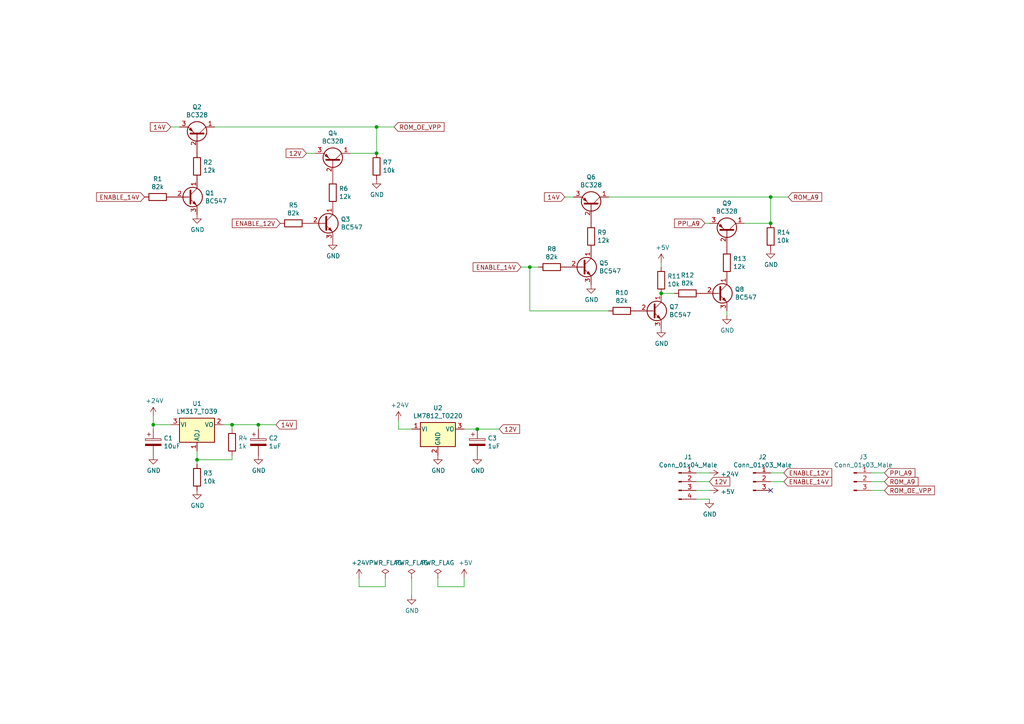
<source format=kicad_sch>
(kicad_sch (version 20211123) (generator eeschema)
  (paper "A4")
  (lib_symbols
    (symbol "Connector:Conn_01x03_Male" (pin_names (offset 1.016) hide)
      (property "Reference" "J" (at 0 5.08 0))
      (property "Value" "Conn_01x03_Male" (at 0 -5.08 0))
      (symbol "Conn_01x03_Male_1_1"
        (polyline (pts (xy 1.27 -2.54) (xy 0.8636 -2.54)) (stroke (width 0.1524)))
        (polyline (pts (xy 1.27 0) (xy 0.8636 0)) (stroke (width 0.1524)))
        (polyline (pts (xy 1.27 2.54) (xy 0.8636 2.54)) (stroke (width 0.1524)))
        (rectangle (start 0.8636 -2.413) (end 0 -2.667) (stroke (width 0.1524)) (fill (type outline)))
        (rectangle (start 0.8636 0.127) (end 0 -0.127) (stroke (width 0.1524)) (fill (type outline)))
        (rectangle (start 0.8636 2.667) (end 0 2.413) (stroke (width 0.1524)) (fill (type outline)))
        (pin passive line (at 5.08 2.54 180) (length 3.81) (name "Pin_1") (number "1"))
        (pin passive line (at 5.08 0 180) (length 3.81) (name "Pin_2") (number "2"))
        (pin passive line (at 5.08 -2.54 180) (length 3.81) (name "Pin_3") (number "3"))
      )
    )
    (symbol "Connector:Conn_01x04_Male" (pin_names (offset 1.016) hide)
      (property "Reference" "J" (at 0 5.08 0))
      (property "Value" "Conn_01x04_Male" (at 0 -7.62 0))
      (symbol "Conn_01x04_Male_1_1"
        (polyline (pts (xy 1.27 -5.08) (xy 0.8636 -5.08)) (stroke (width 0.1524)))
        (polyline (pts (xy 1.27 -2.54) (xy 0.8636 -2.54)) (stroke (width 0.1524)))
        (polyline (pts (xy 1.27 0) (xy 0.8636 0)) (stroke (width 0.1524)))
        (polyline (pts (xy 1.27 2.54) (xy 0.8636 2.54)) (stroke (width 0.1524)))
        (rectangle (start 0.8636 -4.953) (end 0 -5.207) (stroke (width 0.1524)) (fill (type outline)))
        (rectangle (start 0.8636 -2.413) (end 0 -2.667) (stroke (width 0.1524)) (fill (type outline)))
        (rectangle (start 0.8636 0.127) (end 0 -0.127) (stroke (width 0.1524)) (fill (type outline)))
        (rectangle (start 0.8636 2.667) (end 0 2.413) (stroke (width 0.1524)) (fill (type outline)))
        (pin passive line (at 5.08 2.54 180) (length 3.81) (name "Pin_1") (number "1"))
        (pin passive line (at 5.08 0 180) (length 3.81) (name "Pin_2") (number "2"))
        (pin passive line (at 5.08 -2.54 180) (length 3.81) (name "Pin_3") (number "3"))
        (pin passive line (at 5.08 -5.08 180) (length 3.81) (name "Pin_4") (number "4"))
      )
    )
    (symbol "Device:CP" (pin_numbers hide) (pin_names (offset 0.254))
      (property "Reference" "C" (at 0.635 2.54 0))
      (property "Value" "Device_CP" (at 0.635 -2.54 0))
      (symbol "CP_0_1"
        (rectangle (start -2.286 0.508) (end 2.286 1.016))
        (polyline (pts (xy -1.778 2.286) (xy -0.762 2.286)))
        (polyline (pts (xy -1.27 2.794) (xy -1.27 1.778)))
        (rectangle (start 2.286 -0.508) (end -2.286 -1.016) (fill (type outline)))
      )
      (symbol "CP_1_1"
        (pin passive line (at 0 3.81 270) (length 2.794) (name "~") (number "1"))
        (pin passive line (at 0 -3.81 90) (length 2.794) (name "~") (number "2"))
      )
    )
    (symbol "Device:R" (pin_numbers hide) (pin_names (offset 0))
      (property "Reference" "R" (at 2.032 0 90))
      (property "Value" "R" (at 0 0 90))
      (symbol "R_0_1"
        (rectangle (start -1.016 -2.54) (end 1.016 2.54) (stroke (width 0.254)))
      )
      (symbol "R_1_1"
        (pin passive line (at 0 3.81 270) (length 1.27) (name "~") (number "1"))
        (pin passive line (at 0 -3.81 90) (length 1.27) (name "~") (number "2"))
      )
    )
    (symbol "Regulator_Linear:LM317_3PinPackage" (pin_names (offset 0.254))
      (property "Reference" "U" (at -3.81 3.175 0))
      (property "Value" "Regulator_Linear_LM317_3PinPackage" (at 0 3.175 0))
      (symbol "LM317_3PinPackage_0_1"
        (rectangle (start -5.08 1.905) (end 5.08 -5.08) (stroke (width 0.254)) (fill (type background)))
      )
      (symbol "LM317_3PinPackage_1_1"
        (pin input line (at 0 -7.62 90) (length 2.54) (name "ADJ") (number "1"))
        (pin power_out line (at 7.62 0 180) (length 2.54) (name "VO") (number "2"))
        (pin power_in line (at -7.62 0 0) (length 2.54) (name "VI") (number "3"))
      )
    )
    (symbol "Regulator_Linear:LM7812_TO220" (pin_names (offset 0.254))
      (property "Reference" "U" (at -3.81 3.175 0))
      (property "Value" "LM7812_TO220" (at 0 3.175 0))
      (symbol "LM7812_TO220_0_1"
        (rectangle (start -5.08 1.905) (end 5.08 -5.08) (stroke (width 0.254)) (fill (type background)))
      )
      (symbol "LM7812_TO220_1_1"
        (pin power_in line (at -7.62 0 0) (length 2.54) (name "VI") (number "1"))
        (pin power_in line (at 0 -7.62 90) (length 2.54) (name "GND") (number "2"))
        (pin power_out line (at 7.62 0 180) (length 2.54) (name "VO") (number "3"))
      )
    )
    (symbol "Transistor_BJT:BC328" (pin_names (offset 0) hide)
      (property "Reference" "Q" (at 5.08 1.905 0))
      (property "Value" "BC328" (at 5.08 0 0))
      (symbol "BC328_0_1"
        (polyline (pts (xy 0.635 0.635) (xy 2.54 2.54)))
        (polyline (pts (xy 0.635 -0.635) (xy 2.54 -2.54) (xy 2.54 -2.54)))
        (polyline (pts (xy 0.635 1.905) (xy 0.635 -1.905) (xy 0.635 -1.905)) (stroke (width 0.508)))
        (polyline (pts (xy 2.286 -1.778) (xy 1.778 -2.286) (xy 1.27 -1.27) (xy 2.286 -1.778) (xy 2.286 -1.778)) (fill (type outline)))
        (circle (center 1.27 0) (radius 2.8194) (stroke (width 0.254)))
      )
      (symbol "BC328_1_1"
        (pin passive line (at 2.54 5.08 270) (length 2.54) (name "C") (number "1"))
        (pin input line (at -5.08 0 0) (length 5.715) (name "B") (number "2"))
        (pin passive line (at 2.54 -5.08 90) (length 2.54) (name "E") (number "3"))
      )
    )
    (symbol "Transistor_BJT:BC547" (pin_names (offset 0) hide)
      (property "Reference" "Q" (at 5.08 1.905 0))
      (property "Value" "BC547" (at 5.08 0 0))
      (symbol "BC547_0_1"
        (polyline (pts (xy 0 0) (xy 0.635 0)))
        (polyline (pts (xy 0.635 0.635) (xy 2.54 2.54)))
        (polyline (pts (xy 0.635 -0.635) (xy 2.54 -2.54) (xy 2.54 -2.54)))
        (polyline (pts (xy 0.635 1.905) (xy 0.635 -1.905) (xy 0.635 -1.905)) (stroke (width 0.508)))
        (polyline (pts (xy 1.27 -1.778) (xy 1.778 -1.27) (xy 2.286 -2.286) (xy 1.27 -1.778) (xy 1.27 -1.778)) (fill (type outline)))
        (circle (center 1.27 0) (radius 2.8194) (stroke (width 0.254)))
      )
      (symbol "BC547_1_1"
        (pin passive line (at 2.54 5.08 270) (length 2.54) (name "C") (number "1"))
        (pin input line (at -5.08 0 0) (length 5.08) (name "B") (number "2"))
        (pin passive line (at 2.54 -5.08 90) (length 2.54) (name "E") (number "3"))
      )
    )
    (symbol "power:+24V" (power) (pin_names (offset 0))
      (property "Value" "+24V" (at 0 3.556 0))
      (symbol "+24V_0_1"
        (polyline (pts (xy -0.762 1.27) (xy 0 2.54)))
        (polyline (pts (xy 0 0) (xy 0 2.54)))
        (polyline (pts (xy 0 2.54) (xy 0.762 1.27)))
      )
      (symbol "+24V_1_1"
        (pin power_in line (at 0 0 90) (length 0) hide (name "+24V") (number "1"))
      )
    )
    (symbol "power:+5V" (power) (pin_names (offset 0))
      (property "Value" "+5V" (at 0 3.556 0))
      (symbol "+5V_0_1"
        (polyline (pts (xy -0.762 1.27) (xy 0 2.54)))
        (polyline (pts (xy 0 0) (xy 0 2.54)))
        (polyline (pts (xy 0 2.54) (xy 0.762 1.27)))
      )
      (symbol "+5V_1_1"
        (pin power_in line (at 0 0 90) (length 0) hide (name "+5V") (number "1"))
      )
    )
    (symbol "power:GND" (power) (pin_names (offset 0))
      (property "Value" "GND" (at 0 -3.81 0))
      (symbol "GND_0_1"
        (polyline (pts (xy 0 0) (xy 0 -1.27) (xy 1.27 -1.27) (xy 0 -2.54) (xy -1.27 -1.27) (xy 0 -1.27)))
      )
      (symbol "GND_1_1"
        (pin power_in line (at 0 0 270) (length 0) hide (name "GND") (number "1"))
      )
    )
    (symbol "power:PWR_FLAG" (power) (pin_numbers hide) (pin_names (offset 0) hide)
      (property "Value" "PWR_FLAG" (at 0 3.81 0))
      (symbol "PWR_FLAG_0_0"
        (pin power_out line (at 0 0 90) (length 0) (name "pwr") (number "1"))
      )
      (symbol "PWR_FLAG_0_1"
        (polyline (pts (xy 0 0) (xy 0 1.27) (xy -1.016 1.905) (xy 0 2.54) (xy 1.016 1.905) (xy 0 1.27)))
      )
    )
  )
  (junction (at 223.52 57.15))
  (junction (at 67.31 123.19))
  (junction (at 191.77 85.09))
  (junction (at 74.93 123.19))
  (junction (at 153.67 77.47))
  (junction (at 109.22 44.45))
  (junction (at 109.22 36.83))
  (junction (at 44.45 123.19))
  (junction (at 57.15 133.35))
  (junction (at 223.52 64.77))
  (junction (at 138.43 124.46))
  (no_connect (at 223.52 142.24))
  (wire (pts (xy 205.74 64.77) (xy 204.47 64.77)))
  (wire (pts (xy 57.15 130.81) (xy 57.15 133.35)))
  (wire (pts (xy 153.67 77.47) (xy 156.21 77.47)))
  (wire (pts (xy 227.33 139.7) (xy 223.52 139.7)))
  (wire (pts (xy 127 170.18) (xy 134.62 170.18)))
  (wire (pts (xy 74.93 123.19) (xy 67.31 123.19)))
  (wire (pts (xy 210.82 90.17) (xy 210.82 91.44)))
  (wire (pts (xy 111.76 170.18) (xy 104.14 170.18)))
  (wire (pts (xy 114.3 36.83) (xy 109.22 36.83)))
  (wire (pts (xy 163.83 57.15) (xy 166.37 57.15)))
  (wire (pts (xy 191.77 76.2) (xy 191.77 77.47)))
  (wire (pts (xy 256.54 139.7) (xy 252.73 139.7)))
  (wire (pts (xy 44.45 123.19) (xy 44.45 124.46)))
  (wire (pts (xy 127 167.64) (xy 127 170.18)))
  (wire (pts (xy 151.13 77.47) (xy 153.67 77.47)))
  (wire (pts (xy 176.53 57.15) (xy 223.52 57.15)))
  (wire (pts (xy 256.54 142.24) (xy 252.73 142.24)))
  (wire (pts (xy 153.67 90.17) (xy 153.67 77.47)))
  (wire (pts (xy 57.15 133.35) (xy 57.15 134.62)))
  (wire (pts (xy 144.78 124.46) (xy 138.43 124.46)))
  (wire (pts (xy 223.52 137.16) (xy 227.33 137.16)))
  (wire (pts (xy 115.57 124.46) (xy 119.38 124.46)))
  (wire (pts (xy 104.14 170.18) (xy 104.14 167.64)))
  (wire (pts (xy 67.31 133.35) (xy 57.15 133.35)))
  (wire (pts (xy 111.76 167.64) (xy 111.76 170.18)))
  (wire (pts (xy 119.38 167.64) (xy 119.38 172.72)))
  (wire (pts (xy 109.22 44.45) (xy 101.6 44.45)))
  (wire (pts (xy 64.77 123.19) (xy 67.31 123.19)))
  (wire (pts (xy 67.31 123.19) (xy 67.31 124.46)))
  (wire (pts (xy 49.53 123.19) (xy 44.45 123.19)))
  (wire (pts (xy 134.62 124.46) (xy 138.43 124.46)))
  (wire (pts (xy 205.74 142.24) (xy 201.93 142.24)))
  (wire (pts (xy 201.93 144.78) (xy 205.74 144.78)))
  (wire (pts (xy 91.44 44.45) (xy 88.9 44.45)))
  (wire (pts (xy 109.22 36.83) (xy 109.22 44.45)))
  (wire (pts (xy 256.54 137.16) (xy 252.73 137.16)))
  (wire (pts (xy 205.74 139.7) (xy 201.93 139.7)))
  (wire (pts (xy 80.01 123.19) (xy 74.93 123.19)))
  (wire (pts (xy 62.23 36.83) (xy 109.22 36.83)))
  (wire (pts (xy 115.57 121.92) (xy 115.57 124.46)))
  (wire (pts (xy 228.6 57.15) (xy 223.52 57.15)))
  (wire (pts (xy 195.58 85.09) (xy 191.77 85.09)))
  (wire (pts (xy 223.52 57.15) (xy 223.52 64.77)))
  (wire (pts (xy 176.53 90.17) (xy 153.67 90.17)))
  (wire (pts (xy 205.74 137.16) (xy 201.93 137.16)))
  (wire (pts (xy 67.31 132.08) (xy 67.31 133.35)))
  (wire (pts (xy 74.93 124.46) (xy 74.93 123.19)))
  (wire (pts (xy 44.45 120.65) (xy 44.45 123.19)))
  (wire (pts (xy 52.07 36.83) (xy 49.53 36.83)))
  (wire (pts (xy 134.62 170.18) (xy 134.62 167.64)))
  (wire (pts (xy 223.52 64.77) (xy 215.9 64.77)))
  (global_label "ENABLE_14V" (shape input) (at 41.91 57.15 180) (property "Intersheet References" "${INTERSHEET_REFS}" (effects hide)))
  (global_label "14V" (shape input) (at 80.01 123.19 0) (property "Intersheet References" "${INTERSHEET_REFS}" (effects hide)))
  (global_label "ROM_A9" (shape input) (at 256.54 139.7 0) (property "Intersheet References" "${INTERSHEET_REFS}" (effects hide)))
  (global_label "ROM_OE_VPP" (shape input) (at 114.3 36.83 0) (property "Intersheet References" "${INTERSHEET_REFS}" (effects hide)))
  (global_label "ROM_A9" (shape input) (at 228.6 57.15 0) (property "Intersheet References" "${INTERSHEET_REFS}" (effects hide)))
  (global_label "12V" (shape input) (at 144.78 124.46 0) (property "Intersheet References" "${INTERSHEET_REFS}" (effects hide)))
  (global_label "12V" (shape input) (at 88.9 44.45 180) (property "Intersheet References" "${INTERSHEET_REFS}" (effects hide)))
  (global_label "ENABLE_14V" (shape input) (at 227.33 139.7 0) (property "Intersheet References" "${INTERSHEET_REFS}" (effects hide)))
  (global_label "12V" (shape input) (at 205.74 139.7 0) (property "Intersheet References" "${INTERSHEET_REFS}" (effects hide)))
  (global_label "ENABLE_14V" (shape input) (at 151.13 77.47 180) (property "Intersheet References" "${INTERSHEET_REFS}" (effects hide)))
  (global_label "PPI_A9" (shape input) (at 256.54 137.16 0) (property "Intersheet References" "${INTERSHEET_REFS}" (effects hide)))
  (global_label "PPI_A9" (shape input) (at 204.47 64.77 180) (property "Intersheet References" "${INTERSHEET_REFS}" (effects hide)))
  (global_label "14V" (shape input) (at 49.53 36.83 180) (property "Intersheet References" "${INTERSHEET_REFS}" (effects hide)))
  (global_label "ENABLE_12V" (shape input) (at 81.28 64.77 180) (property "Intersheet References" "${INTERSHEET_REFS}" (effects hide)))
  (global_label "ROM_OE_VPP" (shape input) (at 256.54 142.24 0) (property "Intersheet References" "${INTERSHEET_REFS}" (effects hide)))
  (global_label "ENABLE_12V" (shape input) (at 227.33 137.16 0) (property "Intersheet References" "${INTERSHEET_REFS}" (effects hide)))
  (global_label "14V" (shape input) (at 163.83 57.15 180) (property "Intersheet References" "${INTERSHEET_REFS}" (effects hide)))
  (symbol (lib_id "Transistor_BJT:BC328") (at 57.15 39.37 270) (mirror x) (unit 1)
    (property "Reference" "Q2" (at 57.15 31.0388 90))
    (property "Value" "BC328" (at 57.15 33.3502 90))
    (property "Footprint" "Package_TO_SOT_THT:TO-92_Inline" (effects hide))
    (property "Datasheet" "http://www.redrok.com/PNP_BC327_-45V_-800mA_0.625W_Hfe100_TO-92.pdf" (effects hide))
  )
  (symbol (lib_id "Transistor_BJT:BC547") (at 54.61 57.15 0) (unit 1)
    (property "Reference" "Q1" (at 59.4614 55.9816 0) (effects (justify left)))
    (property "Value" "BC547" (at 59.4614 58.293 0) (effects (justify left)))
    (property "Footprint" "Package_TO_SOT_THT:TO-92_Inline" (effects hide))
    (property "Datasheet" "http://www.fairchildsemi.com/ds/BC/BC547.pdf" (effects hide))
  )
  (symbol (lib_id "Device:R") (at 57.15 48.26 0) (unit 1)
    (property "Reference" "R2" (at 58.928 47.0916 0) (effects (justify left)))
    (property "Value" "12k" (at 58.928 49.403 0) (effects (justify left)))
    (property "Footprint" "Resistor_THT:R_Axial_DIN0207_L6.3mm_D2.5mm_P7.62mm_Horizontal" (effects hide))
  )
  (symbol (lib_id "Device:R") (at 45.72 57.15 90) (unit 1)
    (property "Reference" "R1" (at 45.72 51.8922 90))
    (property "Value" "82k" (at 45.72 54.2036 90))
    (property "Footprint" "Resistor_THT:R_Axial_DIN0207_L6.3mm_D2.5mm_P7.62mm_Horizontal" (effects hide))
  )
  (symbol (lib_id "power:GND") (at 57.15 62.23 0) (unit 1)
    (property "Reference" "#PWR03" (effects hide))
    (property "Value" "GND" (at 57.277 66.6242 0))
  )
  (symbol (lib_id "Transistor_BJT:BC328") (at 96.52 46.99 270) (mirror x) (unit 1)
    (property "Reference" "Q4" (at 96.52 38.6588 90))
    (property "Value" "BC328" (at 96.52 40.9702 90))
    (property "Footprint" "Package_TO_SOT_THT:TO-92_Inline" (effects hide))
    (property "Datasheet" "http://www.redrok.com/PNP_BC327_-45V_-800mA_0.625W_Hfe100_TO-92.pdf" (effects hide))
  )
  (symbol (lib_id "Transistor_BJT:BC547") (at 93.98 64.77 0) (unit 1)
    (property "Reference" "Q3" (at 98.8314 63.6016 0) (effects (justify left)))
    (property "Value" "BC547" (at 98.8314 65.913 0) (effects (justify left)))
    (property "Footprint" "Package_TO_SOT_THT:TO-92_Inline" (effects hide))
    (property "Datasheet" "http://www.fairchildsemi.com/ds/BC/BC547.pdf" (effects hide))
  )
  (symbol (lib_id "Device:R") (at 96.52 55.88 0) (unit 1)
    (property "Reference" "R6" (at 98.298 54.7116 0) (effects (justify left)))
    (property "Value" "12k" (at 98.298 57.023 0) (effects (justify left)))
    (property "Footprint" "Resistor_THT:R_Axial_DIN0207_L6.3mm_D2.5mm_P7.62mm_Horizontal" (effects hide))
  )
  (symbol (lib_id "Device:R") (at 85.09 64.77 90) (unit 1)
    (property "Reference" "R5" (at 85.09 59.5122 90))
    (property "Value" "82k" (at 85.09 61.8236 90))
    (property "Footprint" "Resistor_THT:R_Axial_DIN0207_L6.3mm_D2.5mm_P7.62mm_Horizontal" (effects hide))
  )
  (symbol (lib_id "power:GND") (at 96.52 69.85 0) (unit 1)
    (property "Reference" "#PWR06" (effects hide))
    (property "Value" "GND" (at 96.647 74.2442 0))
  )
  (symbol (lib_id "Device:R") (at 109.22 48.26 0) (unit 1)
    (property "Reference" "R7" (at 110.998 47.0916 0) (effects (justify left)))
    (property "Value" "10k" (at 110.998 49.403 0) (effects (justify left)))
    (property "Footprint" "Resistor_THT:R_Axial_DIN0207_L6.3mm_D2.5mm_P7.62mm_Horizontal" (effects hide))
  )
  (symbol (lib_id "power:GND") (at 109.22 52.07 0) (unit 1)
    (property "Reference" "#PWR07" (effects hide))
    (property "Value" "GND" (at 109.347 56.4642 0))
  )
  (symbol (lib_id "Transistor_BJT:BC328") (at 171.45 59.69 270) (mirror x) (unit 1)
    (property "Reference" "Q6" (at 171.45 51.3588 90))
    (property "Value" "BC328" (at 171.45 53.6702 90))
    (property "Footprint" "Package_TO_SOT_THT:TO-92_Inline" (effects hide))
    (property "Datasheet" "http://www.redrok.com/PNP_BC327_-45V_-800mA_0.625W_Hfe100_TO-92.pdf" (effects hide))
  )
  (symbol (lib_id "Transistor_BJT:BC547") (at 168.91 77.47 0) (unit 1)
    (property "Reference" "Q5" (at 173.7614 76.3016 0) (effects (justify left)))
    (property "Value" "BC547" (at 173.7614 78.613 0) (effects (justify left)))
    (property "Footprint" "Package_TO_SOT_THT:TO-92_Inline" (effects hide))
    (property "Datasheet" "http://www.fairchildsemi.com/ds/BC/BC547.pdf" (effects hide))
  )
  (symbol (lib_id "Device:R") (at 171.45 68.58 0) (unit 1)
    (property "Reference" "R9" (at 173.228 67.4116 0) (effects (justify left)))
    (property "Value" "12k" (at 173.228 69.723 0) (effects (justify left)))
    (property "Footprint" "Resistor_THT:R_Axial_DIN0207_L6.3mm_D2.5mm_P7.62mm_Horizontal" (effects hide))
  )
  (symbol (lib_id "Device:R") (at 160.02 77.47 90) (unit 1)
    (property "Reference" "R8" (at 160.02 72.2122 90))
    (property "Value" "82k" (at 160.02 74.5236 90))
    (property "Footprint" "Resistor_THT:R_Axial_DIN0207_L6.3mm_D2.5mm_P7.62mm_Horizontal" (effects hide))
  )
  (symbol (lib_id "power:GND") (at 171.45 82.55 0) (unit 1)
    (property "Reference" "#PWR011" (effects hide))
    (property "Value" "GND" (at 171.577 86.9442 0))
  )
  (symbol (lib_id "Transistor_BJT:BC328") (at 210.82 67.31 270) (mirror x) (unit 1)
    (property "Reference" "Q9" (at 210.82 58.9788 90))
    (property "Value" "BC328" (at 210.82 61.2902 90))
    (property "Footprint" "Package_TO_SOT_THT:TO-92_Inline" (effects hide))
    (property "Datasheet" "http://www.redrok.com/PNP_BC327_-45V_-800mA_0.625W_Hfe100_TO-92.pdf" (effects hide))
  )
  (symbol (lib_id "Transistor_BJT:BC547") (at 208.28 85.09 0) (unit 1)
    (property "Reference" "Q8" (at 213.1314 83.9216 0) (effects (justify left)))
    (property "Value" "BC547" (at 213.1314 86.233 0) (effects (justify left)))
    (property "Footprint" "Package_TO_SOT_THT:TO-92_Inline" (effects hide))
    (property "Datasheet" "http://www.fairchildsemi.com/ds/BC/BC547.pdf" (effects hide))
  )
  (symbol (lib_id "Device:R") (at 210.82 76.2 0) (unit 1)
    (property "Reference" "R13" (at 212.598 75.0316 0) (effects (justify left)))
    (property "Value" "12k" (at 212.598 77.343 0) (effects (justify left)))
    (property "Footprint" "Resistor_THT:R_Axial_DIN0207_L6.3mm_D2.5mm_P7.62mm_Horizontal" (effects hide))
  )
  (symbol (lib_id "Device:R") (at 199.39 85.09 90) (unit 1)
    (property "Reference" "R12" (at 199.39 79.8322 90))
    (property "Value" "82k" (at 199.39 82.1436 90))
    (property "Footprint" "Resistor_THT:R_Axial_DIN0207_L6.3mm_D2.5mm_P7.62mm_Horizontal" (effects hide))
  )
  (symbol (lib_id "power:GND") (at 210.82 91.44 0) (unit 1)
    (property "Reference" "#PWR016" (effects hide))
    (property "Value" "GND" (at 210.947 95.8342 0))
  )
  (symbol (lib_id "Device:R") (at 223.52 68.58 0) (unit 1)
    (property "Reference" "R14" (at 225.298 67.4116 0) (effects (justify left)))
    (property "Value" "10k" (at 225.298 69.723 0) (effects (justify left)))
    (property "Footprint" "Resistor_THT:R_Axial_DIN0207_L6.3mm_D2.5mm_P7.62mm_Horizontal" (effects hide))
  )
  (symbol (lib_id "power:GND") (at 223.52 72.39 0) (unit 1)
    (property "Reference" "#PWR017" (effects hide))
    (property "Value" "GND" (at 223.647 76.7842 0))
  )
  (symbol (lib_id "Transistor_BJT:BC547") (at 189.23 90.17 0) (unit 1)
    (property "Reference" "Q7" (at 194.0814 89.0016 0) (effects (justify left)))
    (property "Value" "BC547" (at 194.0814 91.313 0) (effects (justify left)))
    (property "Footprint" "Package_TO_SOT_THT:TO-92_Inline" (effects hide))
    (property "Datasheet" "http://www.fairchildsemi.com/ds/BC/BC547.pdf" (effects hide))
  )
  (symbol (lib_id "Device:R") (at 191.77 81.28 0) (unit 1)
    (property "Reference" "R11" (at 193.548 80.1116 0) (effects (justify left)))
    (property "Value" "10k" (at 193.548 82.423 0) (effects (justify left)))
    (property "Footprint" "Resistor_THT:R_Axial_DIN0207_L6.3mm_D2.5mm_P7.62mm_Horizontal" (effects hide))
  )
  (symbol (lib_id "Device:R") (at 180.34 90.17 90) (unit 1)
    (property "Reference" "R10" (at 180.34 84.9122 90))
    (property "Value" "82k" (at 180.34 87.2236 90))
    (property "Footprint" "Resistor_THT:R_Axial_DIN0207_L6.3mm_D2.5mm_P7.62mm_Horizontal" (effects hide))
  )
  (symbol (lib_id "power:GND") (at 191.77 95.25 0) (unit 1)
    (property "Reference" "#PWR013" (effects hide))
    (property "Value" "GND" (at 191.897 99.6442 0))
  )
  (symbol (lib_id "power:+5V") (at 191.77 76.2 0) (unit 1)
    (property "Reference" "#PWR012" (effects hide))
    (property "Value" "+5V" (at 192.151 71.8058 0))
  )
  (symbol (lib_id "Regulator_Linear:LM317_3PinPackage") (at 57.15 123.19 0) (unit 1)
    (property "Reference" "U1" (at 57.15 117.0432 0))
    (property "Value" "LM317_TO39" (at 57.15 119.3546 0))
    (property "Footprint" "Package_TO_SOT_THT:TO-39-3" (effects hide))
    (property "Datasheet" "http://www.ti.com/lit/ds/symlink/lm317.pdf" (effects hide))
  )
  (symbol (lib_id "Device:R") (at 67.31 128.27 0) (unit 1)
    (property "Reference" "R4" (at 69.088 127.1016 0) (effects (justify left)))
    (property "Value" "1k" (at 69.088 129.413 0) (effects (justify left)))
    (property "Footprint" "Resistor_THT:R_Axial_DIN0207_L6.3mm_D2.5mm_P7.62mm_Horizontal" (effects hide))
  )
  (symbol (lib_id "Device:R") (at 57.15 138.43 0) (unit 1)
    (property "Reference" "R3" (at 58.928 137.2616 0) (effects (justify left)))
    (property "Value" "10k" (at 58.928 139.573 0) (effects (justify left)))
    (property "Footprint" "Resistor_THT:R_Axial_DIN0207_L6.3mm_D2.5mm_P7.62mm_Horizontal" (effects hide))
  )
  (symbol (lib_id "Device:CP") (at 44.45 128.27 0) (unit 1)
    (property "Reference" "C1" (at 47.4472 127.1016 0) (effects (justify left)))
    (property "Value" "10uF" (at 47.4472 129.413 0) (effects (justify left)))
    (property "Footprint" "Capacitor_THT:CP_Radial_D5.0mm_P2.50mm" (effects hide))
  )
  (symbol (lib_id "Device:CP") (at 74.93 128.27 0) (unit 1)
    (property "Reference" "C2" (at 77.9272 127.1016 0) (effects (justify left)))
    (property "Value" "1uF" (at 77.9272 129.413 0) (effects (justify left)))
    (property "Footprint" "Capacitor_THT:CP_Radial_D5.0mm_P2.50mm" (effects hide))
  )
  (symbol (lib_id "power:GND") (at 44.45 132.08 0) (unit 1)
    (property "Reference" "#PWR02" (effects hide))
    (property "Value" "GND" (at 44.577 136.4742 0))
  )
  (symbol (lib_id "power:GND") (at 74.93 132.08 0) (unit 1)
    (property "Reference" "#PWR05" (effects hide))
    (property "Value" "GND" (at 75.057 136.4742 0))
  )
  (symbol (lib_id "power:GND") (at 57.15 142.24 0) (unit 1)
    (property "Reference" "#PWR04" (effects hide))
    (property "Value" "GND" (at 57.277 146.6342 0))
  )
  (symbol (lib_id "Regulator_Linear:LM7812_TO220") (at 127 124.46 0) (unit 1)
    (property "Reference" "U2" (at 127 118.3132 0))
    (property "Value" "LM7812_TO220" (at 127 120.6246 0))
    (property "Footprint" "Package_TO_SOT_THT:TO-220-3_Vertical" (effects hide))
    (property "Datasheet" "http://www.fairchildsemi.com/ds/LM/LM7805.pdf" (effects hide))
  )
  (symbol (lib_id "power:+24V") (at 115.57 121.92 0) (unit 1)
    (property "Reference" "#PWR08" (effects hide))
    (property "Value" "+24V" (at 115.951 117.5258 0))
  )
  (symbol (lib_id "power:+24V") (at 44.45 120.65 0) (unit 1)
    (property "Reference" "#PWR01" (effects hide))
    (property "Value" "+24V" (at 44.831 116.2558 0))
  )
  (symbol (lib_id "power:GND") (at 127 132.08 0) (unit 1)
    (property "Reference" "#PWR09" (effects hide))
    (property "Value" "GND" (at 127.127 136.4742 0))
  )
  (symbol (lib_id "Device:CP") (at 138.43 128.27 0) (unit 1)
    (property "Reference" "C3" (at 141.4272 127.1016 0) (effects (justify left)))
    (property "Value" "1uF" (at 141.4272 129.413 0) (effects (justify left)))
    (property "Footprint" "Capacitor_THT:CP_Radial_D5.0mm_P2.50mm" (effects hide))
  )
  (symbol (lib_id "power:GND") (at 138.43 132.08 0) (unit 1)
    (property "Reference" "#PWR010" (effects hide))
    (property "Value" "GND" (at 138.557 136.4742 0))
  )
  (symbol (lib_id "Connector:Conn_01x03_Male") (at 218.44 139.7 0) (unit 1)
    (property "Reference" "J2" (at 221.1832 132.5626 0))
    (property "Value" "Conn_01x03_Male" (at 221.1832 134.874 0))
    (property "Footprint" "Connector_PinHeader_2.54mm:PinHeader_1x03_P2.54mm_Horizontal" (effects hide))
  )
  (symbol (lib_id "Connector:Conn_01x03_Male") (at 247.65 139.7 0) (unit 1)
    (property "Reference" "J3" (at 250.3932 132.5626 0))
    (property "Value" "Conn_01x03_Male" (at 250.3932 134.874 0))
    (property "Footprint" "Connector_PinHeader_2.54mm:PinHeader_1x03_P2.54mm_Horizontal" (effects hide))
  )
  (symbol (lib_id "power:+24V") (at 205.74 137.16 270) (unit 1)
    (property "Reference" "#PWR014" (effects hide))
    (property "Value" "+24V" (at 208.9912 137.541 90) (effects (justify left)))
  )
  (symbol (lib_id "power:GND") (at 205.74 144.78 0) (unit 1)
    (property "Reference" "#PWR015" (effects hide))
    (property "Value" "GND" (at 205.867 149.1742 0))
  )
  (symbol (lib_id "Connector:Conn_01x04_Male") (at 196.85 139.7 0) (unit 1)
    (property "Reference" "J1" (at 199.5932 132.5626 0))
    (property "Value" "Conn_01x04_Male" (at 199.5932 134.874 0))
    (property "Footprint" "Connector_PinHeader_2.54mm:PinHeader_1x04_P2.54mm_Horizontal" (effects hide))
  )
  (symbol (lib_id "power:+5V") (at 205.74 142.24 270) (unit 1)
    (property "Reference" "#PWR0101" (effects hide))
    (property "Value" "+5V" (at 208.9912 142.621 90) (effects (justify left)))
  )
  (symbol (lib_id "power:PWR_FLAG") (at 111.76 167.64 0) (unit 1)
    (property "Reference" "#FLG01" (effects hide))
    (property "Value" "PWR_FLAG" (at 111.76 163.2458 0))
  )
  (symbol (lib_id "power:PWR_FLAG") (at 119.38 167.64 0) (unit 1)
    (property "Reference" "#FLG02" (effects hide))
    (property "Value" "PWR_FLAG" (at 119.38 163.2458 0))
  )
  (symbol (lib_id "power:PWR_FLAG") (at 127 167.64 0) (unit 1)
    (property "Reference" "#FLG03" (effects hide))
    (property "Value" "PWR_FLAG" (at 127 163.2458 0))
  )
  (symbol (lib_id "power:+24V") (at 104.14 167.64 0) (unit 1)
    (property "Reference" "#PWR018" (effects hide))
    (property "Value" "+24V" (at 104.521 163.2458 0))
  )
  (symbol (lib_id "power:+5V") (at 134.62 167.64 0) (unit 1)
    (property "Reference" "#PWR020" (effects hide))
    (property "Value" "+5V" (at 135.001 163.2458 0))
  )
  (symbol (lib_id "power:GND") (at 119.38 172.72 0) (unit 1)
    (property "Reference" "#PWR019" (effects hide))
    (property "Value" "GND" (at 119.507 177.1142 0))
  )
)
</source>
